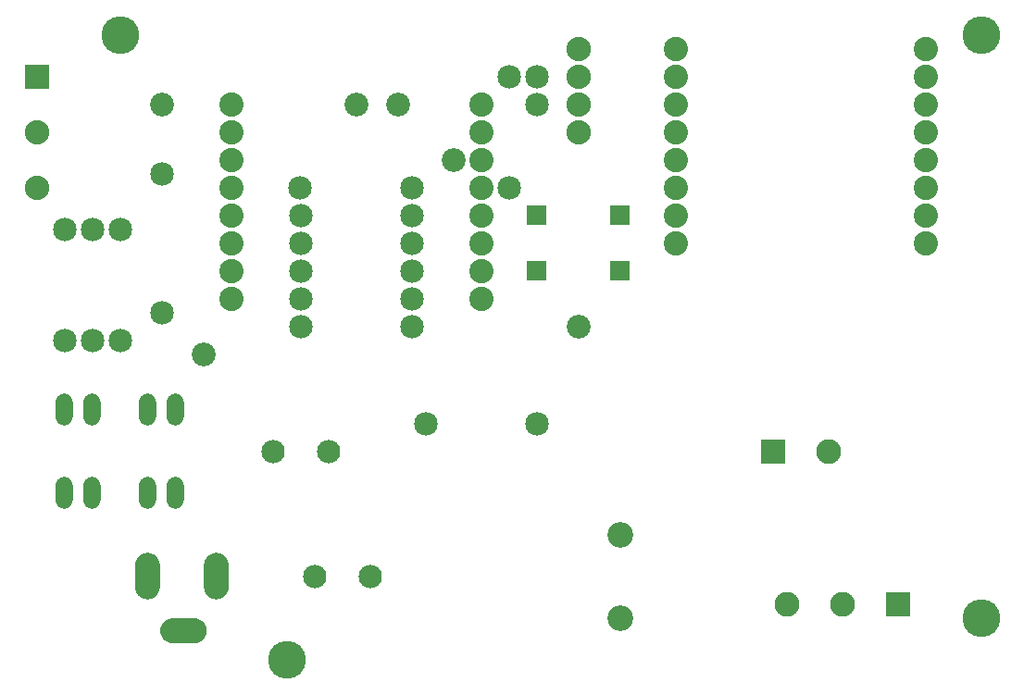
<source format=gbs>
G04 MADE WITH FRITZING*
G04 WWW.FRITZING.ORG*
G04 DOUBLE SIDED*
G04 HOLES PLATED*
G04 CONTOUR ON CENTER OF CONTOUR VECTOR*
%ASAXBY*%
%FSLAX23Y23*%
%MOIN*%
%OFA0B0*%
%SFA1.0B1.0*%
%ADD10C,0.062000*%
%ADD11C,0.085000*%
%ADD12C,0.084803*%
%ADD13C,0.088000*%
%ADD14C,0.088740*%
%ADD15C,0.135984*%
%ADD16C,0.087778*%
%ADD17C,0.084000*%
%ADD18C,0.092000*%
%ADD19C,0.089370*%
%ADD20C,0.069370*%
%ADD21C,0.085433*%
%ADD22R,0.088000X0.088000*%
%ADD23R,0.089370X0.089370*%
%ADD24C,0.030000*%
%ADD25R,0.001000X0.001000*%
%LNMASK0*%
G90*
G70*
G54D10*
X500Y736D03*
X600Y736D03*
X600Y1036D03*
X500Y1036D03*
X200Y736D03*
X300Y736D03*
X300Y1036D03*
X200Y1036D03*
G54D11*
X550Y1886D03*
X550Y1386D03*
X200Y1686D03*
X200Y1286D03*
X400Y1686D03*
X400Y1286D03*
X300Y1686D03*
X300Y1286D03*
G54D12*
X1049Y1836D03*
X1050Y1336D03*
X1050Y1436D03*
X1050Y1536D03*
X1050Y1636D03*
X1050Y1736D03*
X1450Y1836D03*
X1450Y1336D03*
X1450Y1436D03*
X1450Y1536D03*
X1450Y1636D03*
X1450Y1736D03*
G54D13*
X100Y2236D03*
X100Y2036D03*
X100Y1836D03*
X2050Y2336D03*
X2050Y2236D03*
X2050Y2136D03*
X2050Y2036D03*
G54D14*
X748Y436D03*
X500Y436D03*
X630Y239D03*
G54D15*
X3500Y2386D03*
X3500Y286D03*
X1000Y136D03*
X400Y2386D03*
G54D11*
X1500Y986D03*
X1900Y986D03*
X1800Y2236D03*
X1800Y1836D03*
X1900Y2236D03*
X1900Y2136D03*
G54D16*
X800Y2136D03*
X800Y2036D03*
X800Y1936D03*
X800Y1836D03*
X800Y1736D03*
X800Y1636D03*
X800Y1536D03*
X800Y1436D03*
X1700Y1436D03*
X1700Y1536D03*
X1700Y1636D03*
X1700Y1736D03*
X1700Y1836D03*
X1700Y1936D03*
X1700Y2036D03*
X1700Y2136D03*
X2400Y2336D03*
X2400Y2236D03*
X2400Y2136D03*
X2400Y2036D03*
X2400Y1936D03*
X2400Y1836D03*
X2400Y1736D03*
X2400Y1636D03*
X3300Y1636D03*
X3300Y1736D03*
X3300Y1836D03*
X3300Y1936D03*
X3300Y2036D03*
X3300Y2136D03*
X3300Y2236D03*
X3300Y2336D03*
G54D17*
X1300Y436D03*
X1100Y436D03*
X1150Y886D03*
X950Y886D03*
G54D18*
X2200Y286D03*
X2200Y586D03*
G54D19*
X2750Y886D03*
X2950Y886D03*
X3200Y336D03*
X3000Y336D03*
X2800Y336D03*
G54D20*
X1900Y1736D03*
X2200Y1736D03*
X1900Y1536D03*
X2200Y1536D03*
G54D21*
X1400Y2136D03*
X1250Y2136D03*
X700Y1236D03*
X2050Y1336D03*
X1600Y1936D03*
X550Y2136D03*
G54D22*
X100Y2236D03*
G54D23*
X2750Y886D03*
X3200Y336D03*
G54D24*
G36*
X2169Y317D02*
X2231Y317D01*
X2231Y255D01*
X2169Y255D01*
X2169Y317D01*
G37*
D02*
G54D25*
X1865Y1771D02*
X1933Y1771D01*
X2165Y1771D02*
X2233Y1771D01*
X1865Y1770D02*
X1933Y1770D01*
X2165Y1770D02*
X2233Y1770D01*
X1865Y1769D02*
X1933Y1769D01*
X2165Y1769D02*
X2233Y1769D01*
X1865Y1768D02*
X1933Y1768D01*
X2165Y1768D02*
X2233Y1768D01*
X1865Y1767D02*
X1933Y1767D01*
X2165Y1767D02*
X2233Y1767D01*
X1865Y1766D02*
X1933Y1766D01*
X2165Y1766D02*
X2233Y1766D01*
X1865Y1765D02*
X1933Y1765D01*
X2165Y1765D02*
X2233Y1765D01*
X1865Y1764D02*
X1933Y1764D01*
X2165Y1764D02*
X2233Y1764D01*
X1865Y1763D02*
X1933Y1763D01*
X2165Y1763D02*
X2233Y1763D01*
X1865Y1762D02*
X1933Y1762D01*
X2165Y1762D02*
X2233Y1762D01*
X1865Y1761D02*
X1933Y1761D01*
X2165Y1761D02*
X2233Y1761D01*
X1865Y1760D02*
X1933Y1760D01*
X2165Y1760D02*
X2233Y1760D01*
X1865Y1759D02*
X1933Y1759D01*
X2165Y1759D02*
X2233Y1759D01*
X1865Y1758D02*
X1933Y1758D01*
X2165Y1758D02*
X2233Y1758D01*
X1865Y1757D02*
X1933Y1757D01*
X2165Y1757D02*
X2233Y1757D01*
X1865Y1756D02*
X1933Y1756D01*
X2165Y1756D02*
X2233Y1756D01*
X1865Y1755D02*
X1933Y1755D01*
X2165Y1755D02*
X2233Y1755D01*
X1865Y1754D02*
X1933Y1754D01*
X2165Y1754D02*
X2233Y1754D01*
X1865Y1753D02*
X1933Y1753D01*
X2165Y1753D02*
X2233Y1753D01*
X1865Y1752D02*
X1933Y1752D01*
X2165Y1752D02*
X2233Y1752D01*
X1865Y1751D02*
X1897Y1751D01*
X1901Y1751D02*
X1933Y1751D01*
X2165Y1751D02*
X2197Y1751D01*
X2201Y1751D02*
X2233Y1751D01*
X1865Y1750D02*
X1893Y1750D01*
X1905Y1750D02*
X1933Y1750D01*
X2165Y1750D02*
X2193Y1750D01*
X2205Y1750D02*
X2233Y1750D01*
X1865Y1749D02*
X1891Y1749D01*
X1907Y1749D02*
X1933Y1749D01*
X2165Y1749D02*
X2191Y1749D01*
X2207Y1749D02*
X2233Y1749D01*
X1865Y1748D02*
X1890Y1748D01*
X1909Y1748D02*
X1933Y1748D01*
X2165Y1748D02*
X2190Y1748D01*
X2209Y1748D02*
X2233Y1748D01*
X1865Y1747D02*
X1888Y1747D01*
X1910Y1747D02*
X1933Y1747D01*
X2165Y1747D02*
X2188Y1747D01*
X2210Y1747D02*
X2233Y1747D01*
X1865Y1746D02*
X1887Y1746D01*
X1911Y1746D02*
X1933Y1746D01*
X2165Y1746D02*
X2187Y1746D01*
X2211Y1746D02*
X2233Y1746D01*
X1865Y1745D02*
X1887Y1745D01*
X1912Y1745D02*
X1933Y1745D01*
X2165Y1745D02*
X2187Y1745D01*
X2212Y1745D02*
X2233Y1745D01*
X1865Y1744D02*
X1886Y1744D01*
X1912Y1744D02*
X1933Y1744D01*
X2165Y1744D02*
X2186Y1744D01*
X2212Y1744D02*
X2233Y1744D01*
X1865Y1743D02*
X1885Y1743D01*
X1913Y1743D02*
X1933Y1743D01*
X2165Y1743D02*
X2185Y1743D01*
X2213Y1743D02*
X2233Y1743D01*
X1865Y1742D02*
X1885Y1742D01*
X1913Y1742D02*
X1933Y1742D01*
X2165Y1742D02*
X2185Y1742D01*
X2213Y1742D02*
X2233Y1742D01*
X1865Y1741D02*
X1885Y1741D01*
X1914Y1741D02*
X1933Y1741D01*
X2165Y1741D02*
X2185Y1741D01*
X2214Y1741D02*
X2233Y1741D01*
X1865Y1740D02*
X1884Y1740D01*
X1914Y1740D02*
X1933Y1740D01*
X2165Y1740D02*
X2184Y1740D01*
X2214Y1740D02*
X2233Y1740D01*
X1865Y1739D02*
X1884Y1739D01*
X1914Y1739D02*
X1933Y1739D01*
X2165Y1739D02*
X2184Y1739D01*
X2214Y1739D02*
X2233Y1739D01*
X1865Y1738D02*
X1884Y1738D01*
X1914Y1738D02*
X1933Y1738D01*
X2165Y1738D02*
X2184Y1738D01*
X2214Y1738D02*
X2233Y1738D01*
X1865Y1737D02*
X1884Y1737D01*
X1914Y1737D02*
X1933Y1737D01*
X2165Y1737D02*
X2184Y1737D01*
X2214Y1737D02*
X2233Y1737D01*
X1865Y1736D02*
X1884Y1736D01*
X1914Y1736D02*
X1933Y1736D01*
X2165Y1736D02*
X2184Y1736D01*
X2214Y1736D02*
X2233Y1736D01*
X1865Y1735D02*
X1884Y1735D01*
X1914Y1735D02*
X1933Y1735D01*
X2165Y1735D02*
X2184Y1735D01*
X2214Y1735D02*
X2233Y1735D01*
X1865Y1734D02*
X1884Y1734D01*
X1914Y1734D02*
X1933Y1734D01*
X2165Y1734D02*
X2184Y1734D01*
X2214Y1734D02*
X2233Y1734D01*
X1865Y1733D02*
X1884Y1733D01*
X1914Y1733D02*
X1933Y1733D01*
X2165Y1733D02*
X2184Y1733D01*
X2214Y1733D02*
X2233Y1733D01*
X1865Y1732D02*
X1885Y1732D01*
X1914Y1732D02*
X1933Y1732D01*
X2165Y1732D02*
X2185Y1732D01*
X2214Y1732D02*
X2233Y1732D01*
X1865Y1731D02*
X1885Y1731D01*
X1913Y1731D02*
X1933Y1731D01*
X2165Y1731D02*
X2185Y1731D01*
X2213Y1731D02*
X2233Y1731D01*
X1865Y1730D02*
X1885Y1730D01*
X1913Y1730D02*
X1933Y1730D01*
X2165Y1730D02*
X2185Y1730D01*
X2213Y1730D02*
X2233Y1730D01*
X1865Y1729D02*
X1886Y1729D01*
X1912Y1729D02*
X1933Y1729D01*
X2165Y1729D02*
X2186Y1729D01*
X2212Y1729D02*
X2233Y1729D01*
X1865Y1728D02*
X1887Y1728D01*
X1912Y1728D02*
X1933Y1728D01*
X2165Y1728D02*
X2187Y1728D01*
X2212Y1728D02*
X2233Y1728D01*
X1865Y1727D02*
X1887Y1727D01*
X1911Y1727D02*
X1933Y1727D01*
X2165Y1727D02*
X2187Y1727D01*
X2211Y1727D02*
X2233Y1727D01*
X1865Y1726D02*
X1888Y1726D01*
X1910Y1726D02*
X1933Y1726D01*
X2165Y1726D02*
X2188Y1726D01*
X2210Y1726D02*
X2233Y1726D01*
X1865Y1725D02*
X1889Y1725D01*
X1909Y1725D02*
X1933Y1725D01*
X2165Y1725D02*
X2189Y1725D01*
X2209Y1725D02*
X2233Y1725D01*
X1865Y1724D02*
X1891Y1724D01*
X1907Y1724D02*
X1933Y1724D01*
X2165Y1724D02*
X2191Y1724D01*
X2207Y1724D02*
X2233Y1724D01*
X1865Y1723D02*
X1893Y1723D01*
X1906Y1723D02*
X1933Y1723D01*
X2165Y1723D02*
X2193Y1723D01*
X2206Y1723D02*
X2233Y1723D01*
X1865Y1722D02*
X1896Y1722D01*
X1902Y1722D02*
X1933Y1722D01*
X2165Y1722D02*
X2196Y1722D01*
X2202Y1722D02*
X2233Y1722D01*
X1865Y1721D02*
X1933Y1721D01*
X2165Y1721D02*
X2233Y1721D01*
X1865Y1720D02*
X1933Y1720D01*
X2165Y1720D02*
X2233Y1720D01*
X1865Y1719D02*
X1933Y1719D01*
X2165Y1719D02*
X2233Y1719D01*
X1865Y1718D02*
X1933Y1718D01*
X2165Y1718D02*
X2233Y1718D01*
X1865Y1717D02*
X1933Y1717D01*
X2165Y1717D02*
X2233Y1717D01*
X1865Y1716D02*
X1933Y1716D01*
X2165Y1716D02*
X2233Y1716D01*
X1865Y1715D02*
X1933Y1715D01*
X2165Y1715D02*
X2233Y1715D01*
X1865Y1714D02*
X1933Y1714D01*
X2165Y1714D02*
X2233Y1714D01*
X1865Y1713D02*
X1933Y1713D01*
X2165Y1713D02*
X2233Y1713D01*
X1865Y1712D02*
X1933Y1712D01*
X2165Y1712D02*
X2233Y1712D01*
X1865Y1711D02*
X1933Y1711D01*
X2165Y1711D02*
X2233Y1711D01*
X1865Y1710D02*
X1933Y1710D01*
X2165Y1710D02*
X2233Y1710D01*
X1865Y1709D02*
X1933Y1709D01*
X2165Y1709D02*
X2233Y1709D01*
X1865Y1708D02*
X1933Y1708D01*
X2165Y1708D02*
X2233Y1708D01*
X1865Y1707D02*
X1933Y1707D01*
X2165Y1707D02*
X2233Y1707D01*
X1865Y1706D02*
X1933Y1706D01*
X2165Y1706D02*
X2233Y1706D01*
X1865Y1705D02*
X1933Y1705D01*
X2165Y1705D02*
X2233Y1705D01*
X1865Y1704D02*
X1933Y1704D01*
X2165Y1704D02*
X2233Y1704D01*
X1865Y1703D02*
X1933Y1703D01*
X2165Y1703D02*
X2233Y1703D01*
X1865Y1702D02*
X1933Y1702D01*
X2165Y1702D02*
X2233Y1702D01*
X1865Y1571D02*
X1933Y1571D01*
X2165Y1571D02*
X2233Y1571D01*
X1865Y1570D02*
X1933Y1570D01*
X2165Y1570D02*
X2233Y1570D01*
X1865Y1569D02*
X1933Y1569D01*
X2165Y1569D02*
X2233Y1569D01*
X1865Y1568D02*
X1933Y1568D01*
X2165Y1568D02*
X2233Y1568D01*
X1865Y1567D02*
X1933Y1567D01*
X2165Y1567D02*
X2233Y1567D01*
X1865Y1566D02*
X1933Y1566D01*
X2165Y1566D02*
X2233Y1566D01*
X1865Y1565D02*
X1933Y1565D01*
X2165Y1565D02*
X2233Y1565D01*
X1865Y1564D02*
X1933Y1564D01*
X2165Y1564D02*
X2233Y1564D01*
X1865Y1563D02*
X1933Y1563D01*
X2165Y1563D02*
X2233Y1563D01*
X1865Y1562D02*
X1933Y1562D01*
X2165Y1562D02*
X2233Y1562D01*
X1865Y1561D02*
X1933Y1561D01*
X2165Y1561D02*
X2233Y1561D01*
X1865Y1560D02*
X1933Y1560D01*
X2165Y1560D02*
X2233Y1560D01*
X1865Y1559D02*
X1933Y1559D01*
X2165Y1559D02*
X2233Y1559D01*
X1865Y1558D02*
X1933Y1558D01*
X2165Y1558D02*
X2233Y1558D01*
X1865Y1557D02*
X1933Y1557D01*
X2165Y1557D02*
X2233Y1557D01*
X1865Y1556D02*
X1933Y1556D01*
X2165Y1556D02*
X2233Y1556D01*
X1865Y1555D02*
X1933Y1555D01*
X2165Y1555D02*
X2233Y1555D01*
X1865Y1554D02*
X1933Y1554D01*
X2165Y1554D02*
X2233Y1554D01*
X1865Y1553D02*
X1933Y1553D01*
X2165Y1553D02*
X2233Y1553D01*
X1865Y1552D02*
X1933Y1552D01*
X2165Y1552D02*
X2233Y1552D01*
X1865Y1551D02*
X1897Y1551D01*
X1901Y1551D02*
X1933Y1551D01*
X2165Y1551D02*
X2197Y1551D01*
X2201Y1551D02*
X2233Y1551D01*
X1865Y1550D02*
X1893Y1550D01*
X1905Y1550D02*
X1933Y1550D01*
X2165Y1550D02*
X2193Y1550D01*
X2205Y1550D02*
X2233Y1550D01*
X1865Y1549D02*
X1891Y1549D01*
X1907Y1549D02*
X1933Y1549D01*
X2165Y1549D02*
X2191Y1549D01*
X2207Y1549D02*
X2233Y1549D01*
X1865Y1548D02*
X1890Y1548D01*
X1909Y1548D02*
X1933Y1548D01*
X2165Y1548D02*
X2190Y1548D01*
X2209Y1548D02*
X2233Y1548D01*
X1865Y1547D02*
X1888Y1547D01*
X1910Y1547D02*
X1933Y1547D01*
X2165Y1547D02*
X2188Y1547D01*
X2210Y1547D02*
X2233Y1547D01*
X1865Y1546D02*
X1887Y1546D01*
X1911Y1546D02*
X1933Y1546D01*
X2165Y1546D02*
X2187Y1546D01*
X2211Y1546D02*
X2233Y1546D01*
X1865Y1545D02*
X1887Y1545D01*
X1912Y1545D02*
X1933Y1545D01*
X2165Y1545D02*
X2187Y1545D01*
X2212Y1545D02*
X2233Y1545D01*
X1865Y1544D02*
X1886Y1544D01*
X1912Y1544D02*
X1933Y1544D01*
X2165Y1544D02*
X2186Y1544D01*
X2212Y1544D02*
X2233Y1544D01*
X1865Y1543D02*
X1885Y1543D01*
X1913Y1543D02*
X1933Y1543D01*
X2165Y1543D02*
X2185Y1543D01*
X2213Y1543D02*
X2233Y1543D01*
X1865Y1542D02*
X1885Y1542D01*
X1913Y1542D02*
X1933Y1542D01*
X2165Y1542D02*
X2185Y1542D01*
X2213Y1542D02*
X2233Y1542D01*
X1865Y1541D02*
X1885Y1541D01*
X1914Y1541D02*
X1933Y1541D01*
X2165Y1541D02*
X2185Y1541D01*
X2214Y1541D02*
X2233Y1541D01*
X1865Y1540D02*
X1884Y1540D01*
X1914Y1540D02*
X1933Y1540D01*
X2165Y1540D02*
X2184Y1540D01*
X2214Y1540D02*
X2233Y1540D01*
X1865Y1539D02*
X1884Y1539D01*
X1914Y1539D02*
X1933Y1539D01*
X2165Y1539D02*
X2184Y1539D01*
X2214Y1539D02*
X2233Y1539D01*
X1865Y1538D02*
X1884Y1538D01*
X1914Y1538D02*
X1933Y1538D01*
X2165Y1538D02*
X2184Y1538D01*
X2214Y1538D02*
X2233Y1538D01*
X1865Y1537D02*
X1884Y1537D01*
X1914Y1537D02*
X1933Y1537D01*
X2165Y1537D02*
X2184Y1537D01*
X2214Y1537D02*
X2233Y1537D01*
X1865Y1536D02*
X1884Y1536D01*
X1914Y1536D02*
X1933Y1536D01*
X2165Y1536D02*
X2184Y1536D01*
X2214Y1536D02*
X2233Y1536D01*
X1865Y1535D02*
X1884Y1535D01*
X1914Y1535D02*
X1933Y1535D01*
X2165Y1535D02*
X2184Y1535D01*
X2214Y1535D02*
X2233Y1535D01*
X1865Y1534D02*
X1884Y1534D01*
X1914Y1534D02*
X1933Y1534D01*
X2165Y1534D02*
X2184Y1534D01*
X2214Y1534D02*
X2233Y1534D01*
X1865Y1533D02*
X1884Y1533D01*
X1914Y1533D02*
X1933Y1533D01*
X2165Y1533D02*
X2184Y1533D01*
X2214Y1533D02*
X2233Y1533D01*
X1865Y1532D02*
X1885Y1532D01*
X1914Y1532D02*
X1933Y1532D01*
X2165Y1532D02*
X2185Y1532D01*
X2214Y1532D02*
X2233Y1532D01*
X1865Y1531D02*
X1885Y1531D01*
X1913Y1531D02*
X1933Y1531D01*
X2165Y1531D02*
X2185Y1531D01*
X2213Y1531D02*
X2233Y1531D01*
X1865Y1530D02*
X1885Y1530D01*
X1913Y1530D02*
X1933Y1530D01*
X2165Y1530D02*
X2185Y1530D01*
X2213Y1530D02*
X2233Y1530D01*
X1865Y1529D02*
X1886Y1529D01*
X1912Y1529D02*
X1933Y1529D01*
X2165Y1529D02*
X2186Y1529D01*
X2212Y1529D02*
X2233Y1529D01*
X1865Y1528D02*
X1887Y1528D01*
X1912Y1528D02*
X1933Y1528D01*
X2165Y1528D02*
X2187Y1528D01*
X2212Y1528D02*
X2233Y1528D01*
X1865Y1527D02*
X1887Y1527D01*
X1911Y1527D02*
X1933Y1527D01*
X2165Y1527D02*
X2187Y1527D01*
X2211Y1527D02*
X2233Y1527D01*
X1865Y1526D02*
X1888Y1526D01*
X1910Y1526D02*
X1933Y1526D01*
X2165Y1526D02*
X2188Y1526D01*
X2210Y1526D02*
X2233Y1526D01*
X1865Y1525D02*
X1889Y1525D01*
X1909Y1525D02*
X1933Y1525D01*
X2165Y1525D02*
X2189Y1525D01*
X2209Y1525D02*
X2233Y1525D01*
X1865Y1524D02*
X1891Y1524D01*
X1907Y1524D02*
X1933Y1524D01*
X2165Y1524D02*
X2191Y1524D01*
X2207Y1524D02*
X2233Y1524D01*
X1865Y1523D02*
X1893Y1523D01*
X1906Y1523D02*
X1933Y1523D01*
X2165Y1523D02*
X2193Y1523D01*
X2206Y1523D02*
X2233Y1523D01*
X1865Y1522D02*
X1896Y1522D01*
X1902Y1522D02*
X1933Y1522D01*
X2165Y1522D02*
X2196Y1522D01*
X2202Y1522D02*
X2233Y1522D01*
X1865Y1521D02*
X1933Y1521D01*
X2165Y1521D02*
X2233Y1521D01*
X1865Y1520D02*
X1933Y1520D01*
X2165Y1520D02*
X2233Y1520D01*
X1865Y1519D02*
X1933Y1519D01*
X2165Y1519D02*
X2233Y1519D01*
X1865Y1518D02*
X1933Y1518D01*
X2165Y1518D02*
X2233Y1518D01*
X1865Y1517D02*
X1933Y1517D01*
X2165Y1517D02*
X2233Y1517D01*
X1865Y1516D02*
X1933Y1516D01*
X2165Y1516D02*
X2233Y1516D01*
X1865Y1515D02*
X1933Y1515D01*
X2165Y1515D02*
X2233Y1515D01*
X1865Y1514D02*
X1933Y1514D01*
X2165Y1514D02*
X2233Y1514D01*
X1865Y1513D02*
X1933Y1513D01*
X2165Y1513D02*
X2233Y1513D01*
X1865Y1512D02*
X1933Y1512D01*
X2165Y1512D02*
X2233Y1512D01*
X1865Y1511D02*
X1933Y1511D01*
X2165Y1511D02*
X2233Y1511D01*
X1865Y1510D02*
X1933Y1510D01*
X2165Y1510D02*
X2233Y1510D01*
X1865Y1509D02*
X1933Y1509D01*
X2165Y1509D02*
X2233Y1509D01*
X1865Y1508D02*
X1933Y1508D01*
X2165Y1508D02*
X2233Y1508D01*
X1865Y1507D02*
X1933Y1507D01*
X2165Y1507D02*
X2233Y1507D01*
X1865Y1506D02*
X1933Y1506D01*
X2165Y1506D02*
X2233Y1506D01*
X1865Y1505D02*
X1933Y1505D01*
X2165Y1505D02*
X2233Y1505D01*
X1865Y1504D02*
X1933Y1504D01*
X2165Y1504D02*
X2233Y1504D01*
X1865Y1503D02*
X1933Y1503D01*
X2165Y1503D02*
X2233Y1503D01*
X1865Y1502D02*
X1933Y1502D01*
X2165Y1502D02*
X2233Y1502D01*
X195Y1093D02*
X204Y1093D01*
X295Y1093D02*
X304Y1093D01*
X495Y1093D02*
X504Y1093D01*
X595Y1093D02*
X604Y1093D01*
X190Y1092D02*
X208Y1092D01*
X290Y1092D02*
X308Y1092D01*
X490Y1092D02*
X508Y1092D01*
X590Y1092D02*
X608Y1092D01*
X188Y1091D02*
X210Y1091D01*
X288Y1091D02*
X310Y1091D01*
X488Y1091D02*
X510Y1091D01*
X588Y1091D02*
X610Y1091D01*
X186Y1090D02*
X213Y1090D01*
X286Y1090D02*
X313Y1090D01*
X486Y1090D02*
X513Y1090D01*
X586Y1090D02*
X613Y1090D01*
X184Y1089D02*
X214Y1089D01*
X284Y1089D02*
X314Y1089D01*
X484Y1089D02*
X514Y1089D01*
X584Y1089D02*
X614Y1089D01*
X182Y1088D02*
X216Y1088D01*
X282Y1088D02*
X316Y1088D01*
X482Y1088D02*
X516Y1088D01*
X582Y1088D02*
X616Y1088D01*
X181Y1087D02*
X217Y1087D01*
X281Y1087D02*
X317Y1087D01*
X481Y1087D02*
X517Y1087D01*
X581Y1087D02*
X617Y1087D01*
X179Y1086D02*
X219Y1086D01*
X279Y1086D02*
X319Y1086D01*
X479Y1086D02*
X519Y1086D01*
X579Y1086D02*
X619Y1086D01*
X178Y1085D02*
X220Y1085D01*
X278Y1085D02*
X320Y1085D01*
X478Y1085D02*
X520Y1085D01*
X578Y1085D02*
X620Y1085D01*
X177Y1084D02*
X221Y1084D01*
X277Y1084D02*
X321Y1084D01*
X477Y1084D02*
X521Y1084D01*
X577Y1084D02*
X621Y1084D01*
X176Y1083D02*
X222Y1083D01*
X276Y1083D02*
X322Y1083D01*
X476Y1083D02*
X522Y1083D01*
X576Y1083D02*
X622Y1083D01*
X176Y1082D02*
X223Y1082D01*
X276Y1082D02*
X323Y1082D01*
X476Y1082D02*
X523Y1082D01*
X576Y1082D02*
X623Y1082D01*
X175Y1081D02*
X223Y1081D01*
X275Y1081D02*
X323Y1081D01*
X475Y1081D02*
X523Y1081D01*
X575Y1081D02*
X623Y1081D01*
X174Y1080D02*
X224Y1080D01*
X274Y1080D02*
X324Y1080D01*
X474Y1080D02*
X524Y1080D01*
X574Y1080D02*
X624Y1080D01*
X173Y1079D02*
X225Y1079D01*
X273Y1079D02*
X325Y1079D01*
X473Y1079D02*
X525Y1079D01*
X573Y1079D02*
X625Y1079D01*
X173Y1078D02*
X225Y1078D01*
X273Y1078D02*
X325Y1078D01*
X473Y1078D02*
X525Y1078D01*
X573Y1078D02*
X625Y1078D01*
X172Y1077D02*
X226Y1077D01*
X272Y1077D02*
X326Y1077D01*
X472Y1077D02*
X526Y1077D01*
X572Y1077D02*
X626Y1077D01*
X172Y1076D02*
X226Y1076D01*
X272Y1076D02*
X326Y1076D01*
X472Y1076D02*
X526Y1076D01*
X572Y1076D02*
X626Y1076D01*
X171Y1075D02*
X227Y1075D01*
X271Y1075D02*
X327Y1075D01*
X471Y1075D02*
X527Y1075D01*
X571Y1075D02*
X627Y1075D01*
X171Y1074D02*
X227Y1074D01*
X271Y1074D02*
X327Y1074D01*
X471Y1074D02*
X527Y1074D01*
X571Y1074D02*
X627Y1074D01*
X171Y1073D02*
X228Y1073D01*
X271Y1073D02*
X328Y1073D01*
X471Y1073D02*
X528Y1073D01*
X571Y1073D02*
X628Y1073D01*
X170Y1072D02*
X228Y1072D01*
X270Y1072D02*
X328Y1072D01*
X470Y1072D02*
X528Y1072D01*
X570Y1072D02*
X628Y1072D01*
X170Y1071D02*
X228Y1071D01*
X270Y1071D02*
X328Y1071D01*
X470Y1071D02*
X528Y1071D01*
X570Y1071D02*
X628Y1071D01*
X170Y1070D02*
X229Y1070D01*
X270Y1070D02*
X329Y1070D01*
X470Y1070D02*
X529Y1070D01*
X570Y1070D02*
X629Y1070D01*
X169Y1069D02*
X229Y1069D01*
X269Y1069D02*
X329Y1069D01*
X469Y1069D02*
X529Y1069D01*
X569Y1069D02*
X629Y1069D01*
X169Y1068D02*
X229Y1068D01*
X269Y1068D02*
X329Y1068D01*
X469Y1068D02*
X529Y1068D01*
X569Y1068D02*
X629Y1068D01*
X169Y1067D02*
X229Y1067D01*
X269Y1067D02*
X329Y1067D01*
X469Y1067D02*
X529Y1067D01*
X569Y1067D02*
X629Y1067D01*
X169Y1066D02*
X229Y1066D01*
X269Y1066D02*
X329Y1066D01*
X469Y1066D02*
X529Y1066D01*
X569Y1066D02*
X629Y1066D01*
X169Y1065D02*
X229Y1065D01*
X269Y1065D02*
X329Y1065D01*
X469Y1065D02*
X529Y1065D01*
X569Y1065D02*
X629Y1065D01*
X169Y1064D02*
X230Y1064D01*
X269Y1064D02*
X330Y1064D01*
X469Y1064D02*
X530Y1064D01*
X569Y1064D02*
X630Y1064D01*
X169Y1063D02*
X230Y1063D01*
X269Y1063D02*
X330Y1063D01*
X469Y1063D02*
X530Y1063D01*
X569Y1063D02*
X630Y1063D01*
X169Y1062D02*
X230Y1062D01*
X269Y1062D02*
X330Y1062D01*
X469Y1062D02*
X530Y1062D01*
X569Y1062D02*
X630Y1062D01*
X169Y1061D02*
X230Y1061D01*
X269Y1061D02*
X330Y1061D01*
X469Y1061D02*
X530Y1061D01*
X569Y1061D02*
X630Y1061D01*
X169Y1060D02*
X230Y1060D01*
X269Y1060D02*
X330Y1060D01*
X469Y1060D02*
X530Y1060D01*
X569Y1060D02*
X630Y1060D01*
X169Y1059D02*
X230Y1059D01*
X269Y1059D02*
X330Y1059D01*
X469Y1059D02*
X530Y1059D01*
X569Y1059D02*
X630Y1059D01*
X169Y1058D02*
X230Y1058D01*
X269Y1058D02*
X330Y1058D01*
X469Y1058D02*
X530Y1058D01*
X569Y1058D02*
X630Y1058D01*
X169Y1057D02*
X230Y1057D01*
X269Y1057D02*
X330Y1057D01*
X469Y1057D02*
X530Y1057D01*
X569Y1057D02*
X630Y1057D01*
X169Y1056D02*
X230Y1056D01*
X269Y1056D02*
X330Y1056D01*
X469Y1056D02*
X530Y1056D01*
X569Y1056D02*
X630Y1056D01*
X169Y1055D02*
X230Y1055D01*
X269Y1055D02*
X330Y1055D01*
X469Y1055D02*
X530Y1055D01*
X569Y1055D02*
X630Y1055D01*
X169Y1054D02*
X230Y1054D01*
X269Y1054D02*
X330Y1054D01*
X469Y1054D02*
X530Y1054D01*
X569Y1054D02*
X630Y1054D01*
X169Y1053D02*
X230Y1053D01*
X269Y1053D02*
X330Y1053D01*
X469Y1053D02*
X530Y1053D01*
X569Y1053D02*
X630Y1053D01*
X169Y1052D02*
X230Y1052D01*
X269Y1052D02*
X330Y1052D01*
X469Y1052D02*
X530Y1052D01*
X569Y1052D02*
X630Y1052D01*
X169Y1051D02*
X230Y1051D01*
X269Y1051D02*
X330Y1051D01*
X469Y1051D02*
X530Y1051D01*
X569Y1051D02*
X630Y1051D01*
X169Y1050D02*
X230Y1050D01*
X269Y1050D02*
X330Y1050D01*
X469Y1050D02*
X530Y1050D01*
X569Y1050D02*
X630Y1050D01*
X169Y1049D02*
X230Y1049D01*
X269Y1049D02*
X330Y1049D01*
X469Y1049D02*
X530Y1049D01*
X569Y1049D02*
X630Y1049D01*
X169Y1048D02*
X230Y1048D01*
X269Y1048D02*
X330Y1048D01*
X469Y1048D02*
X530Y1048D01*
X569Y1048D02*
X630Y1048D01*
X169Y1047D02*
X195Y1047D01*
X203Y1047D02*
X230Y1047D01*
X269Y1047D02*
X295Y1047D01*
X303Y1047D02*
X330Y1047D01*
X469Y1047D02*
X495Y1047D01*
X503Y1047D02*
X530Y1047D01*
X569Y1047D02*
X595Y1047D01*
X603Y1047D02*
X630Y1047D01*
X169Y1046D02*
X193Y1046D01*
X205Y1046D02*
X230Y1046D01*
X269Y1046D02*
X293Y1046D01*
X305Y1046D02*
X330Y1046D01*
X469Y1046D02*
X493Y1046D01*
X505Y1046D02*
X530Y1046D01*
X569Y1046D02*
X593Y1046D01*
X605Y1046D02*
X630Y1046D01*
X169Y1045D02*
X192Y1045D01*
X207Y1045D02*
X230Y1045D01*
X269Y1045D02*
X292Y1045D01*
X307Y1045D02*
X330Y1045D01*
X469Y1045D02*
X492Y1045D01*
X507Y1045D02*
X530Y1045D01*
X569Y1045D02*
X592Y1045D01*
X607Y1045D02*
X630Y1045D01*
X169Y1044D02*
X191Y1044D01*
X208Y1044D02*
X230Y1044D01*
X269Y1044D02*
X291Y1044D01*
X308Y1044D02*
X330Y1044D01*
X469Y1044D02*
X491Y1044D01*
X508Y1044D02*
X530Y1044D01*
X569Y1044D02*
X591Y1044D01*
X608Y1044D02*
X630Y1044D01*
X169Y1043D02*
X190Y1043D01*
X208Y1043D02*
X230Y1043D01*
X269Y1043D02*
X290Y1043D01*
X308Y1043D02*
X330Y1043D01*
X469Y1043D02*
X490Y1043D01*
X508Y1043D02*
X530Y1043D01*
X569Y1043D02*
X590Y1043D01*
X608Y1043D02*
X630Y1043D01*
X169Y1042D02*
X189Y1042D01*
X209Y1042D02*
X230Y1042D01*
X269Y1042D02*
X289Y1042D01*
X309Y1042D02*
X330Y1042D01*
X469Y1042D02*
X489Y1042D01*
X509Y1042D02*
X530Y1042D01*
X569Y1042D02*
X589Y1042D01*
X609Y1042D02*
X630Y1042D01*
X169Y1041D02*
X189Y1041D01*
X210Y1041D02*
X230Y1041D01*
X269Y1041D02*
X289Y1041D01*
X310Y1041D02*
X330Y1041D01*
X469Y1041D02*
X489Y1041D01*
X510Y1041D02*
X530Y1041D01*
X569Y1041D02*
X589Y1041D01*
X610Y1041D02*
X630Y1041D01*
X169Y1040D02*
X188Y1040D01*
X210Y1040D02*
X230Y1040D01*
X269Y1040D02*
X288Y1040D01*
X310Y1040D02*
X330Y1040D01*
X469Y1040D02*
X488Y1040D01*
X510Y1040D02*
X530Y1040D01*
X569Y1040D02*
X588Y1040D01*
X610Y1040D02*
X630Y1040D01*
X169Y1039D02*
X188Y1039D01*
X210Y1039D02*
X230Y1039D01*
X269Y1039D02*
X288Y1039D01*
X310Y1039D02*
X330Y1039D01*
X469Y1039D02*
X488Y1039D01*
X510Y1039D02*
X530Y1039D01*
X569Y1039D02*
X588Y1039D01*
X610Y1039D02*
X630Y1039D01*
X169Y1038D02*
X188Y1038D01*
X210Y1038D02*
X230Y1038D01*
X269Y1038D02*
X288Y1038D01*
X310Y1038D02*
X330Y1038D01*
X469Y1038D02*
X488Y1038D01*
X510Y1038D02*
X530Y1038D01*
X569Y1038D02*
X588Y1038D01*
X610Y1038D02*
X630Y1038D01*
X169Y1037D02*
X188Y1037D01*
X211Y1037D02*
X230Y1037D01*
X269Y1037D02*
X288Y1037D01*
X311Y1037D02*
X330Y1037D01*
X469Y1037D02*
X488Y1037D01*
X511Y1037D02*
X530Y1037D01*
X569Y1037D02*
X588Y1037D01*
X611Y1037D02*
X630Y1037D01*
X169Y1036D02*
X188Y1036D01*
X211Y1036D02*
X230Y1036D01*
X269Y1036D02*
X288Y1036D01*
X311Y1036D02*
X330Y1036D01*
X469Y1036D02*
X488Y1036D01*
X511Y1036D02*
X530Y1036D01*
X569Y1036D02*
X588Y1036D01*
X611Y1036D02*
X630Y1036D01*
X169Y1035D02*
X188Y1035D01*
X210Y1035D02*
X230Y1035D01*
X269Y1035D02*
X288Y1035D01*
X310Y1035D02*
X330Y1035D01*
X469Y1035D02*
X488Y1035D01*
X510Y1035D02*
X530Y1035D01*
X569Y1035D02*
X588Y1035D01*
X610Y1035D02*
X630Y1035D01*
X169Y1034D02*
X188Y1034D01*
X210Y1034D02*
X230Y1034D01*
X269Y1034D02*
X288Y1034D01*
X310Y1034D02*
X330Y1034D01*
X469Y1034D02*
X488Y1034D01*
X510Y1034D02*
X530Y1034D01*
X569Y1034D02*
X588Y1034D01*
X610Y1034D02*
X630Y1034D01*
X169Y1033D02*
X188Y1033D01*
X210Y1033D02*
X230Y1033D01*
X269Y1033D02*
X288Y1033D01*
X310Y1033D02*
X330Y1033D01*
X469Y1033D02*
X488Y1033D01*
X510Y1033D02*
X530Y1033D01*
X569Y1033D02*
X588Y1033D01*
X610Y1033D02*
X630Y1033D01*
X169Y1032D02*
X189Y1032D01*
X210Y1032D02*
X230Y1032D01*
X269Y1032D02*
X289Y1032D01*
X310Y1032D02*
X330Y1032D01*
X469Y1032D02*
X488Y1032D01*
X510Y1032D02*
X530Y1032D01*
X569Y1032D02*
X588Y1032D01*
X610Y1032D02*
X630Y1032D01*
X169Y1031D02*
X189Y1031D01*
X209Y1031D02*
X230Y1031D01*
X269Y1031D02*
X289Y1031D01*
X309Y1031D02*
X330Y1031D01*
X469Y1031D02*
X489Y1031D01*
X509Y1031D02*
X530Y1031D01*
X569Y1031D02*
X589Y1031D01*
X609Y1031D02*
X630Y1031D01*
X169Y1030D02*
X190Y1030D01*
X209Y1030D02*
X230Y1030D01*
X269Y1030D02*
X290Y1030D01*
X309Y1030D02*
X330Y1030D01*
X469Y1030D02*
X490Y1030D01*
X509Y1030D02*
X530Y1030D01*
X569Y1030D02*
X590Y1030D01*
X609Y1030D02*
X630Y1030D01*
X169Y1029D02*
X191Y1029D01*
X208Y1029D02*
X230Y1029D01*
X269Y1029D02*
X291Y1029D01*
X308Y1029D02*
X330Y1029D01*
X469Y1029D02*
X491Y1029D01*
X508Y1029D02*
X530Y1029D01*
X569Y1029D02*
X591Y1029D01*
X608Y1029D02*
X630Y1029D01*
X169Y1028D02*
X192Y1028D01*
X207Y1028D02*
X230Y1028D01*
X269Y1028D02*
X292Y1028D01*
X307Y1028D02*
X330Y1028D01*
X469Y1028D02*
X492Y1028D01*
X507Y1028D02*
X530Y1028D01*
X569Y1028D02*
X592Y1028D01*
X607Y1028D02*
X630Y1028D01*
X169Y1027D02*
X193Y1027D01*
X205Y1027D02*
X230Y1027D01*
X269Y1027D02*
X293Y1027D01*
X305Y1027D02*
X330Y1027D01*
X469Y1027D02*
X493Y1027D01*
X505Y1027D02*
X530Y1027D01*
X569Y1027D02*
X593Y1027D01*
X605Y1027D02*
X630Y1027D01*
X169Y1026D02*
X195Y1026D01*
X203Y1026D02*
X230Y1026D01*
X269Y1026D02*
X295Y1026D01*
X303Y1026D02*
X330Y1026D01*
X469Y1026D02*
X495Y1026D01*
X503Y1026D02*
X530Y1026D01*
X569Y1026D02*
X595Y1026D01*
X603Y1026D02*
X630Y1026D01*
X169Y1025D02*
X230Y1025D01*
X269Y1025D02*
X330Y1025D01*
X469Y1025D02*
X530Y1025D01*
X569Y1025D02*
X630Y1025D01*
X169Y1024D02*
X230Y1024D01*
X269Y1024D02*
X330Y1024D01*
X469Y1024D02*
X530Y1024D01*
X569Y1024D02*
X630Y1024D01*
X169Y1023D02*
X230Y1023D01*
X269Y1023D02*
X330Y1023D01*
X469Y1023D02*
X530Y1023D01*
X569Y1023D02*
X630Y1023D01*
X169Y1022D02*
X230Y1022D01*
X269Y1022D02*
X330Y1022D01*
X469Y1022D02*
X530Y1022D01*
X569Y1022D02*
X630Y1022D01*
X169Y1021D02*
X230Y1021D01*
X269Y1021D02*
X330Y1021D01*
X469Y1021D02*
X530Y1021D01*
X569Y1021D02*
X630Y1021D01*
X169Y1020D02*
X230Y1020D01*
X269Y1020D02*
X330Y1020D01*
X469Y1020D02*
X530Y1020D01*
X569Y1020D02*
X630Y1020D01*
X169Y1019D02*
X230Y1019D01*
X269Y1019D02*
X330Y1019D01*
X469Y1019D02*
X530Y1019D01*
X569Y1019D02*
X630Y1019D01*
X169Y1018D02*
X230Y1018D01*
X269Y1018D02*
X330Y1018D01*
X469Y1018D02*
X530Y1018D01*
X569Y1018D02*
X630Y1018D01*
X169Y1017D02*
X230Y1017D01*
X269Y1017D02*
X330Y1017D01*
X469Y1017D02*
X530Y1017D01*
X569Y1017D02*
X630Y1017D01*
X169Y1016D02*
X230Y1016D01*
X269Y1016D02*
X330Y1016D01*
X469Y1016D02*
X530Y1016D01*
X569Y1016D02*
X630Y1016D01*
X169Y1015D02*
X230Y1015D01*
X269Y1015D02*
X330Y1015D01*
X469Y1015D02*
X530Y1015D01*
X569Y1015D02*
X630Y1015D01*
X169Y1014D02*
X230Y1014D01*
X269Y1014D02*
X330Y1014D01*
X469Y1014D02*
X530Y1014D01*
X569Y1014D02*
X630Y1014D01*
X169Y1013D02*
X230Y1013D01*
X269Y1013D02*
X330Y1013D01*
X469Y1013D02*
X530Y1013D01*
X569Y1013D02*
X630Y1013D01*
X169Y1012D02*
X230Y1012D01*
X269Y1012D02*
X330Y1012D01*
X469Y1012D02*
X530Y1012D01*
X569Y1012D02*
X630Y1012D01*
X169Y1011D02*
X230Y1011D01*
X269Y1011D02*
X330Y1011D01*
X469Y1011D02*
X530Y1011D01*
X569Y1011D02*
X630Y1011D01*
X169Y1010D02*
X230Y1010D01*
X269Y1010D02*
X330Y1010D01*
X469Y1010D02*
X530Y1010D01*
X569Y1010D02*
X630Y1010D01*
X169Y1009D02*
X230Y1009D01*
X269Y1009D02*
X330Y1009D01*
X469Y1009D02*
X530Y1009D01*
X569Y1009D02*
X630Y1009D01*
X169Y1008D02*
X229Y1008D01*
X269Y1008D02*
X329Y1008D01*
X469Y1008D02*
X529Y1008D01*
X569Y1008D02*
X629Y1008D01*
X169Y1007D02*
X229Y1007D01*
X269Y1007D02*
X329Y1007D01*
X469Y1007D02*
X529Y1007D01*
X569Y1007D02*
X629Y1007D01*
X169Y1006D02*
X229Y1006D01*
X269Y1006D02*
X329Y1006D01*
X469Y1006D02*
X529Y1006D01*
X569Y1006D02*
X629Y1006D01*
X169Y1005D02*
X229Y1005D01*
X269Y1005D02*
X329Y1005D01*
X469Y1005D02*
X529Y1005D01*
X569Y1005D02*
X629Y1005D01*
X169Y1004D02*
X229Y1004D01*
X269Y1004D02*
X329Y1004D01*
X469Y1004D02*
X529Y1004D01*
X569Y1004D02*
X629Y1004D01*
X170Y1003D02*
X229Y1003D01*
X270Y1003D02*
X329Y1003D01*
X470Y1003D02*
X529Y1003D01*
X570Y1003D02*
X629Y1003D01*
X170Y1002D02*
X228Y1002D01*
X270Y1002D02*
X328Y1002D01*
X470Y1002D02*
X528Y1002D01*
X570Y1002D02*
X628Y1002D01*
X170Y1001D02*
X228Y1001D01*
X270Y1001D02*
X328Y1001D01*
X470Y1001D02*
X528Y1001D01*
X570Y1001D02*
X628Y1001D01*
X171Y1000D02*
X228Y1000D01*
X271Y1000D02*
X328Y1000D01*
X471Y1000D02*
X528Y1000D01*
X571Y1000D02*
X628Y1000D01*
X171Y999D02*
X227Y999D01*
X271Y999D02*
X327Y999D01*
X471Y999D02*
X527Y999D01*
X571Y999D02*
X627Y999D01*
X171Y998D02*
X227Y998D01*
X271Y998D02*
X327Y998D01*
X471Y998D02*
X527Y998D01*
X571Y998D02*
X627Y998D01*
X172Y997D02*
X226Y997D01*
X272Y997D02*
X326Y997D01*
X472Y997D02*
X526Y997D01*
X572Y997D02*
X626Y997D01*
X172Y996D02*
X226Y996D01*
X272Y996D02*
X326Y996D01*
X472Y996D02*
X526Y996D01*
X572Y996D02*
X626Y996D01*
X173Y995D02*
X225Y995D01*
X273Y995D02*
X325Y995D01*
X473Y995D02*
X525Y995D01*
X573Y995D02*
X625Y995D01*
X173Y994D02*
X225Y994D01*
X273Y994D02*
X325Y994D01*
X473Y994D02*
X525Y994D01*
X573Y994D02*
X625Y994D01*
X174Y993D02*
X224Y993D01*
X274Y993D02*
X324Y993D01*
X474Y993D02*
X524Y993D01*
X574Y993D02*
X624Y993D01*
X175Y992D02*
X223Y992D01*
X275Y992D02*
X323Y992D01*
X475Y992D02*
X523Y992D01*
X575Y992D02*
X623Y992D01*
X176Y991D02*
X223Y991D01*
X276Y991D02*
X323Y991D01*
X476Y991D02*
X523Y991D01*
X576Y991D02*
X623Y991D01*
X176Y990D02*
X222Y990D01*
X276Y990D02*
X322Y990D01*
X476Y990D02*
X522Y990D01*
X576Y990D02*
X622Y990D01*
X177Y989D02*
X221Y989D01*
X277Y989D02*
X321Y989D01*
X477Y989D02*
X521Y989D01*
X577Y989D02*
X621Y989D01*
X178Y988D02*
X220Y988D01*
X278Y988D02*
X320Y988D01*
X478Y988D02*
X520Y988D01*
X578Y988D02*
X620Y988D01*
X179Y987D02*
X219Y987D01*
X279Y987D02*
X319Y987D01*
X479Y987D02*
X519Y987D01*
X579Y987D02*
X619Y987D01*
X181Y986D02*
X218Y986D01*
X281Y986D02*
X318Y986D01*
X481Y986D02*
X518Y986D01*
X581Y986D02*
X618Y986D01*
X182Y985D02*
X216Y985D01*
X282Y985D02*
X316Y985D01*
X482Y985D02*
X516Y985D01*
X582Y985D02*
X616Y985D01*
X184Y984D02*
X215Y984D01*
X284Y984D02*
X315Y984D01*
X484Y984D02*
X515Y984D01*
X584Y984D02*
X615Y984D01*
X186Y983D02*
X213Y983D01*
X286Y983D02*
X313Y983D01*
X485Y983D02*
X513Y983D01*
X585Y983D02*
X613Y983D01*
X188Y982D02*
X211Y982D01*
X288Y982D02*
X311Y982D01*
X488Y982D02*
X511Y982D01*
X588Y982D02*
X611Y982D01*
X190Y981D02*
X208Y981D01*
X290Y981D02*
X308Y981D01*
X490Y981D02*
X508Y981D01*
X590Y981D02*
X608Y981D01*
X194Y980D02*
X204Y980D01*
X294Y980D02*
X304Y980D01*
X494Y980D02*
X504Y980D01*
X594Y980D02*
X604Y980D01*
X195Y793D02*
X204Y793D01*
X295Y793D02*
X304Y793D01*
X495Y793D02*
X504Y793D01*
X595Y793D02*
X604Y793D01*
X190Y792D02*
X208Y792D01*
X290Y792D02*
X308Y792D01*
X490Y792D02*
X508Y792D01*
X590Y792D02*
X608Y792D01*
X188Y791D02*
X211Y791D01*
X288Y791D02*
X311Y791D01*
X488Y791D02*
X511Y791D01*
X588Y791D02*
X611Y791D01*
X186Y790D02*
X213Y790D01*
X286Y790D02*
X313Y790D01*
X486Y790D02*
X513Y790D01*
X586Y790D02*
X613Y790D01*
X184Y789D02*
X214Y789D01*
X284Y789D02*
X314Y789D01*
X484Y789D02*
X514Y789D01*
X584Y789D02*
X614Y789D01*
X182Y788D02*
X216Y788D01*
X282Y788D02*
X316Y788D01*
X482Y788D02*
X516Y788D01*
X582Y788D02*
X616Y788D01*
X181Y787D02*
X217Y787D01*
X281Y787D02*
X317Y787D01*
X481Y787D02*
X517Y787D01*
X581Y787D02*
X617Y787D01*
X179Y786D02*
X219Y786D01*
X279Y786D02*
X319Y786D01*
X479Y786D02*
X519Y786D01*
X579Y786D02*
X619Y786D01*
X178Y785D02*
X220Y785D01*
X278Y785D02*
X320Y785D01*
X478Y785D02*
X520Y785D01*
X578Y785D02*
X620Y785D01*
X177Y784D02*
X221Y784D01*
X277Y784D02*
X321Y784D01*
X477Y784D02*
X521Y784D01*
X577Y784D02*
X621Y784D01*
X176Y783D02*
X222Y783D01*
X276Y783D02*
X322Y783D01*
X476Y783D02*
X522Y783D01*
X576Y783D02*
X622Y783D01*
X176Y782D02*
X223Y782D01*
X276Y782D02*
X323Y782D01*
X476Y782D02*
X523Y782D01*
X576Y782D02*
X623Y782D01*
X175Y781D02*
X223Y781D01*
X275Y781D02*
X323Y781D01*
X475Y781D02*
X523Y781D01*
X575Y781D02*
X623Y781D01*
X174Y780D02*
X224Y780D01*
X274Y780D02*
X324Y780D01*
X474Y780D02*
X524Y780D01*
X574Y780D02*
X624Y780D01*
X173Y779D02*
X225Y779D01*
X273Y779D02*
X325Y779D01*
X473Y779D02*
X525Y779D01*
X573Y779D02*
X625Y779D01*
X173Y778D02*
X225Y778D01*
X273Y778D02*
X325Y778D01*
X473Y778D02*
X525Y778D01*
X573Y778D02*
X625Y778D01*
X172Y777D02*
X226Y777D01*
X272Y777D02*
X326Y777D01*
X472Y777D02*
X526Y777D01*
X572Y777D02*
X626Y777D01*
X172Y776D02*
X226Y776D01*
X272Y776D02*
X326Y776D01*
X472Y776D02*
X526Y776D01*
X572Y776D02*
X626Y776D01*
X171Y775D02*
X227Y775D01*
X271Y775D02*
X327Y775D01*
X471Y775D02*
X527Y775D01*
X571Y775D02*
X627Y775D01*
X171Y774D02*
X227Y774D01*
X271Y774D02*
X327Y774D01*
X471Y774D02*
X527Y774D01*
X571Y774D02*
X627Y774D01*
X171Y773D02*
X228Y773D01*
X271Y773D02*
X328Y773D01*
X471Y773D02*
X528Y773D01*
X571Y773D02*
X628Y773D01*
X170Y772D02*
X228Y772D01*
X270Y772D02*
X328Y772D01*
X470Y772D02*
X528Y772D01*
X570Y772D02*
X628Y772D01*
X170Y771D02*
X228Y771D01*
X270Y771D02*
X328Y771D01*
X470Y771D02*
X528Y771D01*
X570Y771D02*
X628Y771D01*
X170Y770D02*
X229Y770D01*
X270Y770D02*
X329Y770D01*
X470Y770D02*
X529Y770D01*
X570Y770D02*
X629Y770D01*
X169Y769D02*
X229Y769D01*
X269Y769D02*
X329Y769D01*
X469Y769D02*
X529Y769D01*
X569Y769D02*
X629Y769D01*
X169Y768D02*
X229Y768D01*
X269Y768D02*
X329Y768D01*
X469Y768D02*
X529Y768D01*
X569Y768D02*
X629Y768D01*
X169Y767D02*
X229Y767D01*
X269Y767D02*
X329Y767D01*
X469Y767D02*
X529Y767D01*
X569Y767D02*
X629Y767D01*
X169Y766D02*
X229Y766D01*
X269Y766D02*
X329Y766D01*
X469Y766D02*
X529Y766D01*
X569Y766D02*
X629Y766D01*
X169Y765D02*
X229Y765D01*
X269Y765D02*
X329Y765D01*
X469Y765D02*
X529Y765D01*
X569Y765D02*
X629Y765D01*
X169Y764D02*
X230Y764D01*
X269Y764D02*
X330Y764D01*
X469Y764D02*
X530Y764D01*
X569Y764D02*
X630Y764D01*
X169Y763D02*
X230Y763D01*
X269Y763D02*
X330Y763D01*
X469Y763D02*
X530Y763D01*
X569Y763D02*
X630Y763D01*
X169Y762D02*
X230Y762D01*
X269Y762D02*
X330Y762D01*
X469Y762D02*
X530Y762D01*
X569Y762D02*
X630Y762D01*
X169Y761D02*
X230Y761D01*
X269Y761D02*
X330Y761D01*
X469Y761D02*
X530Y761D01*
X569Y761D02*
X630Y761D01*
X169Y760D02*
X230Y760D01*
X269Y760D02*
X330Y760D01*
X469Y760D02*
X530Y760D01*
X569Y760D02*
X630Y760D01*
X169Y759D02*
X230Y759D01*
X269Y759D02*
X330Y759D01*
X469Y759D02*
X530Y759D01*
X569Y759D02*
X630Y759D01*
X169Y758D02*
X230Y758D01*
X269Y758D02*
X330Y758D01*
X469Y758D02*
X530Y758D01*
X569Y758D02*
X630Y758D01*
X169Y757D02*
X230Y757D01*
X269Y757D02*
X330Y757D01*
X469Y757D02*
X530Y757D01*
X569Y757D02*
X630Y757D01*
X169Y756D02*
X230Y756D01*
X269Y756D02*
X330Y756D01*
X469Y756D02*
X530Y756D01*
X569Y756D02*
X630Y756D01*
X169Y755D02*
X230Y755D01*
X269Y755D02*
X330Y755D01*
X469Y755D02*
X530Y755D01*
X569Y755D02*
X630Y755D01*
X169Y754D02*
X230Y754D01*
X269Y754D02*
X330Y754D01*
X469Y754D02*
X530Y754D01*
X569Y754D02*
X630Y754D01*
X169Y753D02*
X230Y753D01*
X269Y753D02*
X330Y753D01*
X469Y753D02*
X530Y753D01*
X569Y753D02*
X630Y753D01*
X169Y752D02*
X230Y752D01*
X269Y752D02*
X330Y752D01*
X469Y752D02*
X530Y752D01*
X569Y752D02*
X630Y752D01*
X169Y751D02*
X230Y751D01*
X269Y751D02*
X330Y751D01*
X469Y751D02*
X530Y751D01*
X569Y751D02*
X630Y751D01*
X169Y750D02*
X230Y750D01*
X269Y750D02*
X330Y750D01*
X469Y750D02*
X530Y750D01*
X569Y750D02*
X630Y750D01*
X169Y749D02*
X230Y749D01*
X269Y749D02*
X330Y749D01*
X469Y749D02*
X530Y749D01*
X569Y749D02*
X630Y749D01*
X169Y748D02*
X230Y748D01*
X269Y748D02*
X330Y748D01*
X469Y748D02*
X530Y748D01*
X569Y748D02*
X630Y748D01*
X169Y747D02*
X195Y747D01*
X203Y747D02*
X230Y747D01*
X269Y747D02*
X295Y747D01*
X303Y747D02*
X330Y747D01*
X469Y747D02*
X495Y747D01*
X503Y747D02*
X530Y747D01*
X569Y747D02*
X595Y747D01*
X603Y747D02*
X630Y747D01*
X169Y746D02*
X193Y746D01*
X205Y746D02*
X230Y746D01*
X269Y746D02*
X293Y746D01*
X305Y746D02*
X330Y746D01*
X469Y746D02*
X493Y746D01*
X505Y746D02*
X530Y746D01*
X569Y746D02*
X593Y746D01*
X605Y746D02*
X630Y746D01*
X169Y745D02*
X192Y745D01*
X207Y745D02*
X230Y745D01*
X269Y745D02*
X292Y745D01*
X307Y745D02*
X330Y745D01*
X469Y745D02*
X492Y745D01*
X507Y745D02*
X530Y745D01*
X569Y745D02*
X592Y745D01*
X607Y745D02*
X630Y745D01*
X169Y744D02*
X191Y744D01*
X208Y744D02*
X230Y744D01*
X269Y744D02*
X291Y744D01*
X308Y744D02*
X330Y744D01*
X469Y744D02*
X491Y744D01*
X508Y744D02*
X530Y744D01*
X569Y744D02*
X591Y744D01*
X608Y744D02*
X630Y744D01*
X169Y743D02*
X190Y743D01*
X208Y743D02*
X230Y743D01*
X269Y743D02*
X290Y743D01*
X308Y743D02*
X330Y743D01*
X469Y743D02*
X490Y743D01*
X508Y743D02*
X530Y743D01*
X569Y743D02*
X590Y743D01*
X608Y743D02*
X630Y743D01*
X169Y742D02*
X189Y742D01*
X209Y742D02*
X230Y742D01*
X269Y742D02*
X289Y742D01*
X309Y742D02*
X330Y742D01*
X469Y742D02*
X489Y742D01*
X509Y742D02*
X530Y742D01*
X569Y742D02*
X589Y742D01*
X609Y742D02*
X630Y742D01*
X169Y741D02*
X189Y741D01*
X210Y741D02*
X230Y741D01*
X269Y741D02*
X289Y741D01*
X310Y741D02*
X330Y741D01*
X469Y741D02*
X489Y741D01*
X510Y741D02*
X530Y741D01*
X569Y741D02*
X589Y741D01*
X610Y741D02*
X630Y741D01*
X169Y740D02*
X188Y740D01*
X210Y740D02*
X230Y740D01*
X269Y740D02*
X288Y740D01*
X310Y740D02*
X330Y740D01*
X469Y740D02*
X488Y740D01*
X510Y740D02*
X530Y740D01*
X569Y740D02*
X588Y740D01*
X610Y740D02*
X630Y740D01*
X169Y739D02*
X188Y739D01*
X210Y739D02*
X230Y739D01*
X269Y739D02*
X288Y739D01*
X310Y739D02*
X330Y739D01*
X469Y739D02*
X488Y739D01*
X510Y739D02*
X530Y739D01*
X569Y739D02*
X588Y739D01*
X610Y739D02*
X630Y739D01*
X169Y738D02*
X188Y738D01*
X210Y738D02*
X230Y738D01*
X269Y738D02*
X288Y738D01*
X310Y738D02*
X330Y738D01*
X469Y738D02*
X488Y738D01*
X510Y738D02*
X530Y738D01*
X569Y738D02*
X588Y738D01*
X610Y738D02*
X630Y738D01*
X169Y737D02*
X188Y737D01*
X211Y737D02*
X230Y737D01*
X269Y737D02*
X288Y737D01*
X311Y737D02*
X330Y737D01*
X469Y737D02*
X488Y737D01*
X511Y737D02*
X530Y737D01*
X569Y737D02*
X588Y737D01*
X611Y737D02*
X630Y737D01*
X169Y736D02*
X188Y736D01*
X211Y736D02*
X230Y736D01*
X269Y736D02*
X288Y736D01*
X311Y736D02*
X330Y736D01*
X469Y736D02*
X488Y736D01*
X511Y736D02*
X530Y736D01*
X569Y736D02*
X588Y736D01*
X611Y736D02*
X630Y736D01*
X169Y735D02*
X188Y735D01*
X210Y735D02*
X230Y735D01*
X269Y735D02*
X288Y735D01*
X310Y735D02*
X330Y735D01*
X469Y735D02*
X488Y735D01*
X510Y735D02*
X530Y735D01*
X569Y735D02*
X588Y735D01*
X610Y735D02*
X630Y735D01*
X169Y734D02*
X188Y734D01*
X210Y734D02*
X230Y734D01*
X269Y734D02*
X288Y734D01*
X310Y734D02*
X330Y734D01*
X469Y734D02*
X488Y734D01*
X510Y734D02*
X530Y734D01*
X569Y734D02*
X588Y734D01*
X610Y734D02*
X630Y734D01*
X169Y733D02*
X188Y733D01*
X210Y733D02*
X230Y733D01*
X269Y733D02*
X288Y733D01*
X310Y733D02*
X330Y733D01*
X469Y733D02*
X488Y733D01*
X510Y733D02*
X530Y733D01*
X569Y733D02*
X588Y733D01*
X610Y733D02*
X630Y733D01*
X169Y732D02*
X189Y732D01*
X210Y732D02*
X230Y732D01*
X269Y732D02*
X289Y732D01*
X310Y732D02*
X330Y732D01*
X469Y732D02*
X488Y732D01*
X510Y732D02*
X530Y732D01*
X569Y732D02*
X588Y732D01*
X610Y732D02*
X630Y732D01*
X169Y731D02*
X189Y731D01*
X209Y731D02*
X230Y731D01*
X269Y731D02*
X289Y731D01*
X309Y731D02*
X330Y731D01*
X469Y731D02*
X489Y731D01*
X509Y731D02*
X530Y731D01*
X569Y731D02*
X589Y731D01*
X609Y731D02*
X630Y731D01*
X169Y730D02*
X190Y730D01*
X209Y730D02*
X230Y730D01*
X269Y730D02*
X290Y730D01*
X309Y730D02*
X330Y730D01*
X469Y730D02*
X490Y730D01*
X509Y730D02*
X530Y730D01*
X569Y730D02*
X590Y730D01*
X609Y730D02*
X630Y730D01*
X169Y729D02*
X191Y729D01*
X208Y729D02*
X230Y729D01*
X269Y729D02*
X291Y729D01*
X308Y729D02*
X330Y729D01*
X469Y729D02*
X491Y729D01*
X508Y729D02*
X530Y729D01*
X569Y729D02*
X591Y729D01*
X608Y729D02*
X630Y729D01*
X169Y728D02*
X192Y728D01*
X207Y728D02*
X230Y728D01*
X269Y728D02*
X292Y728D01*
X307Y728D02*
X330Y728D01*
X469Y728D02*
X492Y728D01*
X507Y728D02*
X530Y728D01*
X569Y728D02*
X592Y728D01*
X607Y728D02*
X630Y728D01*
X169Y727D02*
X193Y727D01*
X205Y727D02*
X230Y727D01*
X269Y727D02*
X293Y727D01*
X305Y727D02*
X330Y727D01*
X469Y727D02*
X493Y727D01*
X505Y727D02*
X530Y727D01*
X569Y727D02*
X593Y727D01*
X605Y727D02*
X630Y727D01*
X169Y726D02*
X195Y726D01*
X203Y726D02*
X230Y726D01*
X269Y726D02*
X295Y726D01*
X303Y726D02*
X330Y726D01*
X469Y726D02*
X495Y726D01*
X503Y726D02*
X530Y726D01*
X569Y726D02*
X595Y726D01*
X603Y726D02*
X630Y726D01*
X169Y725D02*
X230Y725D01*
X269Y725D02*
X330Y725D01*
X469Y725D02*
X530Y725D01*
X569Y725D02*
X630Y725D01*
X169Y724D02*
X230Y724D01*
X269Y724D02*
X330Y724D01*
X469Y724D02*
X530Y724D01*
X569Y724D02*
X630Y724D01*
X169Y723D02*
X230Y723D01*
X269Y723D02*
X330Y723D01*
X469Y723D02*
X530Y723D01*
X569Y723D02*
X630Y723D01*
X169Y722D02*
X230Y722D01*
X269Y722D02*
X330Y722D01*
X469Y722D02*
X530Y722D01*
X569Y722D02*
X630Y722D01*
X169Y721D02*
X230Y721D01*
X269Y721D02*
X330Y721D01*
X469Y721D02*
X530Y721D01*
X569Y721D02*
X630Y721D01*
X169Y720D02*
X230Y720D01*
X269Y720D02*
X330Y720D01*
X469Y720D02*
X530Y720D01*
X569Y720D02*
X630Y720D01*
X169Y719D02*
X230Y719D01*
X269Y719D02*
X330Y719D01*
X469Y719D02*
X530Y719D01*
X569Y719D02*
X630Y719D01*
X169Y718D02*
X230Y718D01*
X269Y718D02*
X330Y718D01*
X469Y718D02*
X530Y718D01*
X569Y718D02*
X630Y718D01*
X169Y717D02*
X230Y717D01*
X269Y717D02*
X330Y717D01*
X469Y717D02*
X530Y717D01*
X569Y717D02*
X630Y717D01*
X169Y716D02*
X230Y716D01*
X269Y716D02*
X330Y716D01*
X469Y716D02*
X530Y716D01*
X569Y716D02*
X630Y716D01*
X169Y715D02*
X230Y715D01*
X269Y715D02*
X330Y715D01*
X469Y715D02*
X530Y715D01*
X569Y715D02*
X630Y715D01*
X169Y714D02*
X230Y714D01*
X269Y714D02*
X330Y714D01*
X469Y714D02*
X530Y714D01*
X569Y714D02*
X630Y714D01*
X169Y713D02*
X230Y713D01*
X269Y713D02*
X330Y713D01*
X469Y713D02*
X530Y713D01*
X569Y713D02*
X630Y713D01*
X169Y712D02*
X230Y712D01*
X269Y712D02*
X330Y712D01*
X469Y712D02*
X530Y712D01*
X569Y712D02*
X630Y712D01*
X169Y711D02*
X230Y711D01*
X269Y711D02*
X330Y711D01*
X469Y711D02*
X530Y711D01*
X569Y711D02*
X630Y711D01*
X169Y710D02*
X230Y710D01*
X269Y710D02*
X330Y710D01*
X469Y710D02*
X530Y710D01*
X569Y710D02*
X630Y710D01*
X169Y709D02*
X230Y709D01*
X269Y709D02*
X330Y709D01*
X469Y709D02*
X530Y709D01*
X569Y709D02*
X630Y709D01*
X169Y708D02*
X229Y708D01*
X269Y708D02*
X329Y708D01*
X469Y708D02*
X529Y708D01*
X569Y708D02*
X629Y708D01*
X169Y707D02*
X229Y707D01*
X269Y707D02*
X329Y707D01*
X469Y707D02*
X529Y707D01*
X569Y707D02*
X629Y707D01*
X169Y706D02*
X229Y706D01*
X269Y706D02*
X329Y706D01*
X469Y706D02*
X529Y706D01*
X569Y706D02*
X629Y706D01*
X169Y705D02*
X229Y705D01*
X269Y705D02*
X329Y705D01*
X469Y705D02*
X529Y705D01*
X569Y705D02*
X629Y705D01*
X169Y704D02*
X229Y704D01*
X269Y704D02*
X329Y704D01*
X469Y704D02*
X529Y704D01*
X569Y704D02*
X629Y704D01*
X170Y703D02*
X229Y703D01*
X270Y703D02*
X329Y703D01*
X470Y703D02*
X529Y703D01*
X570Y703D02*
X629Y703D01*
X170Y702D02*
X228Y702D01*
X270Y702D02*
X328Y702D01*
X470Y702D02*
X528Y702D01*
X570Y702D02*
X628Y702D01*
X170Y701D02*
X228Y701D01*
X270Y701D02*
X328Y701D01*
X470Y701D02*
X528Y701D01*
X570Y701D02*
X628Y701D01*
X171Y700D02*
X228Y700D01*
X271Y700D02*
X328Y700D01*
X471Y700D02*
X528Y700D01*
X571Y700D02*
X628Y700D01*
X171Y699D02*
X227Y699D01*
X271Y699D02*
X327Y699D01*
X471Y699D02*
X527Y699D01*
X571Y699D02*
X627Y699D01*
X171Y698D02*
X227Y698D01*
X271Y698D02*
X327Y698D01*
X471Y698D02*
X527Y698D01*
X571Y698D02*
X627Y698D01*
X172Y697D02*
X226Y697D01*
X272Y697D02*
X326Y697D01*
X472Y697D02*
X526Y697D01*
X572Y697D02*
X626Y697D01*
X172Y696D02*
X226Y696D01*
X272Y696D02*
X326Y696D01*
X472Y696D02*
X526Y696D01*
X572Y696D02*
X626Y696D01*
X173Y695D02*
X225Y695D01*
X273Y695D02*
X325Y695D01*
X473Y695D02*
X525Y695D01*
X573Y695D02*
X625Y695D01*
X173Y694D02*
X225Y694D01*
X273Y694D02*
X325Y694D01*
X473Y694D02*
X525Y694D01*
X573Y694D02*
X625Y694D01*
X174Y693D02*
X224Y693D01*
X274Y693D02*
X324Y693D01*
X474Y693D02*
X524Y693D01*
X574Y693D02*
X624Y693D01*
X175Y692D02*
X223Y692D01*
X275Y692D02*
X323Y692D01*
X475Y692D02*
X523Y692D01*
X575Y692D02*
X623Y692D01*
X176Y691D02*
X223Y691D01*
X276Y691D02*
X323Y691D01*
X476Y691D02*
X523Y691D01*
X576Y691D02*
X623Y691D01*
X176Y690D02*
X222Y690D01*
X276Y690D02*
X322Y690D01*
X476Y690D02*
X522Y690D01*
X576Y690D02*
X622Y690D01*
X177Y689D02*
X221Y689D01*
X277Y689D02*
X321Y689D01*
X477Y689D02*
X521Y689D01*
X577Y689D02*
X621Y689D01*
X178Y688D02*
X220Y688D01*
X278Y688D02*
X320Y688D01*
X478Y688D02*
X520Y688D01*
X578Y688D02*
X620Y688D01*
X179Y687D02*
X219Y687D01*
X279Y687D02*
X319Y687D01*
X479Y687D02*
X519Y687D01*
X579Y687D02*
X619Y687D01*
X181Y686D02*
X218Y686D01*
X281Y686D02*
X318Y686D01*
X481Y686D02*
X518Y686D01*
X581Y686D02*
X618Y686D01*
X182Y685D02*
X216Y685D01*
X282Y685D02*
X316Y685D01*
X482Y685D02*
X516Y685D01*
X582Y685D02*
X616Y685D01*
X184Y684D02*
X215Y684D01*
X284Y684D02*
X315Y684D01*
X484Y684D02*
X515Y684D01*
X584Y684D02*
X615Y684D01*
X186Y683D02*
X213Y683D01*
X286Y683D02*
X313Y683D01*
X486Y683D02*
X513Y683D01*
X586Y683D02*
X613Y683D01*
X188Y682D02*
X211Y682D01*
X288Y682D02*
X311Y682D01*
X488Y682D02*
X511Y682D01*
X588Y682D02*
X611Y682D01*
X190Y681D02*
X208Y681D01*
X290Y681D02*
X308Y681D01*
X490Y681D02*
X508Y681D01*
X590Y681D02*
X608Y681D01*
X194Y680D02*
X204Y680D01*
X294Y680D02*
X304Y680D01*
X494Y680D02*
X504Y680D01*
X594Y680D02*
X604Y680D01*
X495Y520D02*
X503Y520D01*
X743Y520D02*
X751Y520D01*
X490Y519D02*
X509Y519D01*
X738Y519D02*
X757Y519D01*
X486Y518D02*
X512Y518D01*
X734Y518D02*
X760Y518D01*
X483Y517D02*
X515Y517D01*
X731Y517D02*
X763Y517D01*
X481Y516D02*
X517Y516D01*
X729Y516D02*
X765Y516D01*
X479Y515D02*
X519Y515D01*
X727Y515D02*
X767Y515D01*
X477Y514D02*
X521Y514D01*
X725Y514D02*
X769Y514D01*
X475Y513D02*
X523Y513D01*
X724Y513D02*
X771Y513D01*
X474Y512D02*
X524Y512D01*
X722Y512D02*
X772Y512D01*
X473Y511D02*
X526Y511D01*
X721Y511D02*
X774Y511D01*
X471Y510D02*
X527Y510D01*
X719Y510D02*
X775Y510D01*
X470Y509D02*
X528Y509D01*
X718Y509D02*
X776Y509D01*
X469Y508D02*
X529Y508D01*
X717Y508D02*
X777Y508D01*
X468Y507D02*
X530Y507D01*
X716Y507D02*
X778Y507D01*
X467Y506D02*
X531Y506D01*
X715Y506D02*
X779Y506D01*
X466Y505D02*
X532Y505D01*
X714Y505D02*
X780Y505D01*
X465Y504D02*
X533Y504D01*
X713Y504D02*
X781Y504D01*
X465Y503D02*
X534Y503D01*
X713Y503D02*
X782Y503D01*
X464Y502D02*
X534Y502D01*
X712Y502D02*
X782Y502D01*
X463Y501D02*
X535Y501D01*
X711Y501D02*
X783Y501D01*
X462Y500D02*
X536Y500D01*
X711Y500D02*
X784Y500D01*
X462Y499D02*
X536Y499D01*
X710Y499D02*
X784Y499D01*
X461Y498D02*
X537Y498D01*
X709Y498D02*
X785Y498D01*
X461Y497D02*
X538Y497D01*
X709Y497D02*
X786Y497D01*
X460Y496D02*
X538Y496D01*
X708Y496D02*
X786Y496D01*
X460Y495D02*
X538Y495D01*
X708Y495D02*
X787Y495D01*
X459Y494D02*
X539Y494D01*
X707Y494D02*
X787Y494D01*
X459Y493D02*
X539Y493D01*
X707Y493D02*
X787Y493D01*
X458Y492D02*
X540Y492D01*
X706Y492D02*
X788Y492D01*
X458Y491D02*
X540Y491D01*
X706Y491D02*
X788Y491D01*
X458Y490D02*
X541Y490D01*
X706Y490D02*
X789Y490D01*
X457Y489D02*
X541Y489D01*
X705Y489D02*
X789Y489D01*
X457Y488D02*
X541Y488D01*
X705Y488D02*
X789Y488D01*
X457Y487D02*
X541Y487D01*
X705Y487D02*
X789Y487D01*
X457Y486D02*
X542Y486D01*
X705Y486D02*
X790Y486D01*
X456Y485D02*
X542Y485D01*
X704Y485D02*
X790Y485D01*
X456Y484D02*
X542Y484D01*
X704Y484D02*
X790Y484D01*
X456Y483D02*
X542Y483D01*
X704Y483D02*
X790Y483D01*
X456Y482D02*
X542Y482D01*
X704Y482D02*
X791Y482D01*
X456Y481D02*
X543Y481D01*
X704Y481D02*
X791Y481D01*
X455Y480D02*
X543Y480D01*
X703Y480D02*
X791Y480D01*
X455Y479D02*
X543Y479D01*
X703Y479D02*
X791Y479D01*
X455Y478D02*
X543Y478D01*
X703Y478D02*
X791Y478D01*
X455Y477D02*
X543Y477D01*
X703Y477D02*
X791Y477D01*
X455Y476D02*
X543Y476D01*
X703Y476D02*
X791Y476D01*
X455Y475D02*
X543Y475D01*
X703Y475D02*
X791Y475D01*
X455Y474D02*
X543Y474D01*
X703Y474D02*
X791Y474D01*
X455Y473D02*
X543Y473D01*
X703Y473D02*
X791Y473D01*
X455Y472D02*
X543Y472D01*
X703Y472D02*
X791Y472D01*
X455Y471D02*
X543Y471D01*
X703Y471D02*
X791Y471D01*
X455Y470D02*
X543Y470D01*
X703Y470D02*
X791Y470D01*
X455Y469D02*
X543Y469D01*
X703Y469D02*
X791Y469D01*
X455Y468D02*
X543Y468D01*
X703Y468D02*
X791Y468D01*
X455Y467D02*
X543Y467D01*
X703Y467D02*
X791Y467D01*
X455Y466D02*
X543Y466D01*
X703Y466D02*
X791Y466D01*
X455Y465D02*
X543Y465D01*
X703Y465D02*
X791Y465D01*
X455Y464D02*
X543Y464D01*
X703Y464D02*
X791Y464D01*
X455Y463D02*
X543Y463D01*
X703Y463D02*
X791Y463D01*
X455Y462D02*
X543Y462D01*
X703Y462D02*
X791Y462D01*
X455Y461D02*
X543Y461D01*
X703Y461D02*
X791Y461D01*
X455Y460D02*
X543Y460D01*
X703Y460D02*
X791Y460D01*
X455Y459D02*
X543Y459D01*
X703Y459D02*
X791Y459D01*
X455Y458D02*
X543Y458D01*
X703Y458D02*
X791Y458D01*
X455Y457D02*
X543Y457D01*
X703Y457D02*
X791Y457D01*
X455Y456D02*
X543Y456D01*
X703Y456D02*
X791Y456D01*
X455Y455D02*
X543Y455D01*
X703Y455D02*
X791Y455D01*
X455Y454D02*
X543Y454D01*
X703Y454D02*
X791Y454D01*
X455Y453D02*
X543Y453D01*
X703Y453D02*
X791Y453D01*
X455Y452D02*
X543Y452D01*
X703Y452D02*
X791Y452D01*
X455Y451D02*
X497Y451D01*
X502Y451D02*
X543Y451D01*
X703Y451D02*
X745Y451D01*
X750Y451D02*
X791Y451D01*
X455Y450D02*
X493Y450D01*
X506Y450D02*
X543Y450D01*
X703Y450D02*
X741Y450D01*
X754Y450D02*
X791Y450D01*
X455Y449D02*
X491Y449D01*
X507Y449D02*
X543Y449D01*
X703Y449D02*
X739Y449D01*
X755Y449D02*
X791Y449D01*
X455Y448D02*
X490Y448D01*
X509Y448D02*
X543Y448D01*
X703Y448D02*
X738Y448D01*
X757Y448D02*
X791Y448D01*
X455Y447D02*
X488Y447D01*
X510Y447D02*
X543Y447D01*
X703Y447D02*
X736Y447D01*
X758Y447D02*
X791Y447D01*
X455Y446D02*
X487Y446D01*
X511Y446D02*
X543Y446D01*
X703Y446D02*
X736Y446D01*
X759Y446D02*
X791Y446D01*
X455Y445D02*
X487Y445D01*
X512Y445D02*
X543Y445D01*
X703Y445D02*
X735Y445D01*
X760Y445D02*
X791Y445D01*
X455Y444D02*
X486Y444D01*
X512Y444D02*
X543Y444D01*
X703Y444D02*
X734Y444D01*
X760Y444D02*
X791Y444D01*
X455Y443D02*
X485Y443D01*
X513Y443D02*
X543Y443D01*
X703Y443D02*
X733Y443D01*
X761Y443D02*
X791Y443D01*
X455Y442D02*
X485Y442D01*
X513Y442D02*
X543Y442D01*
X703Y442D02*
X733Y442D01*
X761Y442D02*
X791Y442D01*
X455Y441D02*
X485Y441D01*
X514Y441D02*
X543Y441D01*
X703Y441D02*
X733Y441D01*
X762Y441D02*
X791Y441D01*
X455Y440D02*
X484Y440D01*
X514Y440D02*
X543Y440D01*
X703Y440D02*
X732Y440D01*
X762Y440D02*
X791Y440D01*
X455Y439D02*
X484Y439D01*
X514Y439D02*
X543Y439D01*
X703Y439D02*
X732Y439D01*
X762Y439D02*
X791Y439D01*
X455Y438D02*
X484Y438D01*
X514Y438D02*
X543Y438D01*
X703Y438D02*
X732Y438D01*
X762Y438D02*
X791Y438D01*
X455Y437D02*
X484Y437D01*
X514Y437D02*
X543Y437D01*
X703Y437D02*
X732Y437D01*
X762Y437D02*
X791Y437D01*
X455Y436D02*
X484Y436D01*
X514Y436D02*
X543Y436D01*
X703Y436D02*
X732Y436D01*
X762Y436D02*
X791Y436D01*
X455Y435D02*
X484Y435D01*
X514Y435D02*
X543Y435D01*
X703Y435D02*
X732Y435D01*
X762Y435D02*
X791Y435D01*
X455Y434D02*
X484Y434D01*
X514Y434D02*
X543Y434D01*
X703Y434D02*
X732Y434D01*
X762Y434D02*
X791Y434D01*
X455Y433D02*
X484Y433D01*
X514Y433D02*
X543Y433D01*
X703Y433D02*
X732Y433D01*
X762Y433D02*
X791Y433D01*
X455Y432D02*
X485Y432D01*
X514Y432D02*
X543Y432D01*
X703Y432D02*
X733Y432D01*
X762Y432D02*
X791Y432D01*
X455Y431D02*
X485Y431D01*
X513Y431D02*
X543Y431D01*
X703Y431D02*
X733Y431D01*
X761Y431D02*
X791Y431D01*
X455Y430D02*
X485Y430D01*
X513Y430D02*
X543Y430D01*
X703Y430D02*
X733Y430D01*
X761Y430D02*
X791Y430D01*
X455Y429D02*
X486Y429D01*
X512Y429D02*
X543Y429D01*
X703Y429D02*
X734Y429D01*
X760Y429D02*
X791Y429D01*
X455Y428D02*
X487Y428D01*
X512Y428D02*
X543Y428D01*
X703Y428D02*
X735Y428D01*
X760Y428D02*
X791Y428D01*
X455Y427D02*
X487Y427D01*
X511Y427D02*
X543Y427D01*
X703Y427D02*
X735Y427D01*
X759Y427D02*
X791Y427D01*
X455Y426D02*
X488Y426D01*
X510Y426D02*
X543Y426D01*
X703Y426D02*
X736Y426D01*
X758Y426D02*
X791Y426D01*
X455Y425D02*
X490Y425D01*
X509Y425D02*
X543Y425D01*
X703Y425D02*
X738Y425D01*
X757Y425D02*
X791Y425D01*
X455Y424D02*
X491Y424D01*
X507Y424D02*
X543Y424D01*
X703Y424D02*
X739Y424D01*
X755Y424D02*
X791Y424D01*
X455Y423D02*
X493Y423D01*
X506Y423D02*
X543Y423D01*
X703Y423D02*
X741Y423D01*
X754Y423D02*
X791Y423D01*
X455Y422D02*
X496Y422D01*
X502Y422D02*
X543Y422D01*
X703Y422D02*
X744Y422D01*
X750Y422D02*
X791Y422D01*
X455Y421D02*
X543Y421D01*
X703Y421D02*
X791Y421D01*
X455Y420D02*
X543Y420D01*
X703Y420D02*
X791Y420D01*
X455Y419D02*
X543Y419D01*
X703Y419D02*
X791Y419D01*
X455Y418D02*
X543Y418D01*
X703Y418D02*
X791Y418D01*
X455Y417D02*
X543Y417D01*
X703Y417D02*
X791Y417D01*
X455Y416D02*
X543Y416D01*
X703Y416D02*
X791Y416D01*
X455Y415D02*
X543Y415D01*
X703Y415D02*
X791Y415D01*
X455Y414D02*
X543Y414D01*
X703Y414D02*
X791Y414D01*
X455Y413D02*
X543Y413D01*
X703Y413D02*
X791Y413D01*
X455Y412D02*
X543Y412D01*
X703Y412D02*
X791Y412D01*
X455Y411D02*
X543Y411D01*
X703Y411D02*
X791Y411D01*
X455Y410D02*
X543Y410D01*
X703Y410D02*
X791Y410D01*
X455Y409D02*
X543Y409D01*
X703Y409D02*
X791Y409D01*
X455Y408D02*
X543Y408D01*
X703Y408D02*
X791Y408D01*
X455Y407D02*
X543Y407D01*
X703Y407D02*
X791Y407D01*
X455Y406D02*
X543Y406D01*
X703Y406D02*
X791Y406D01*
X455Y405D02*
X543Y405D01*
X703Y405D02*
X791Y405D01*
X455Y404D02*
X543Y404D01*
X703Y404D02*
X791Y404D01*
X455Y403D02*
X543Y403D01*
X703Y403D02*
X791Y403D01*
X455Y402D02*
X543Y402D01*
X703Y402D02*
X791Y402D01*
X455Y401D02*
X543Y401D01*
X703Y401D02*
X791Y401D01*
X455Y400D02*
X543Y400D01*
X703Y400D02*
X791Y400D01*
X455Y399D02*
X543Y399D01*
X703Y399D02*
X791Y399D01*
X455Y398D02*
X543Y398D01*
X703Y398D02*
X791Y398D01*
X455Y397D02*
X543Y397D01*
X703Y397D02*
X791Y397D01*
X455Y396D02*
X543Y396D01*
X703Y396D02*
X791Y396D01*
X455Y395D02*
X543Y395D01*
X703Y395D02*
X791Y395D01*
X455Y394D02*
X543Y394D01*
X703Y394D02*
X791Y394D01*
X455Y393D02*
X543Y393D01*
X703Y393D02*
X791Y393D01*
X456Y392D02*
X543Y392D01*
X704Y392D02*
X791Y392D01*
X456Y391D02*
X542Y391D01*
X704Y391D02*
X791Y391D01*
X456Y390D02*
X542Y390D01*
X704Y390D02*
X790Y390D01*
X456Y389D02*
X542Y389D01*
X704Y389D02*
X790Y389D01*
X456Y388D02*
X542Y388D01*
X704Y388D02*
X790Y388D01*
X457Y387D02*
X542Y387D01*
X705Y387D02*
X790Y387D01*
X457Y386D02*
X541Y386D01*
X705Y386D02*
X789Y386D01*
X457Y385D02*
X541Y385D01*
X705Y385D02*
X789Y385D01*
X457Y384D02*
X541Y384D01*
X705Y384D02*
X789Y384D01*
X458Y383D02*
X541Y383D01*
X706Y383D02*
X789Y383D01*
X458Y382D02*
X540Y382D01*
X706Y382D02*
X788Y382D01*
X458Y381D02*
X540Y381D01*
X706Y381D02*
X788Y381D01*
X459Y380D02*
X539Y380D01*
X707Y380D02*
X787Y380D01*
X459Y379D02*
X539Y379D01*
X707Y379D02*
X787Y379D01*
X460Y378D02*
X539Y378D01*
X708Y378D02*
X787Y378D01*
X460Y377D02*
X538Y377D01*
X708Y377D02*
X786Y377D01*
X461Y376D02*
X538Y376D01*
X709Y376D02*
X786Y376D01*
X461Y375D02*
X537Y375D01*
X709Y375D02*
X785Y375D01*
X462Y374D02*
X536Y374D01*
X710Y374D02*
X784Y374D01*
X462Y373D02*
X536Y373D01*
X710Y373D02*
X784Y373D01*
X463Y372D02*
X535Y372D01*
X711Y372D02*
X783Y372D01*
X464Y371D02*
X534Y371D01*
X712Y371D02*
X782Y371D01*
X465Y370D02*
X534Y370D01*
X713Y370D02*
X782Y370D01*
X465Y369D02*
X533Y369D01*
X713Y369D02*
X781Y369D01*
X466Y368D02*
X532Y368D01*
X714Y368D02*
X780Y368D01*
X467Y367D02*
X531Y367D01*
X715Y367D02*
X779Y367D01*
X468Y366D02*
X530Y366D01*
X716Y366D02*
X778Y366D01*
X469Y365D02*
X529Y365D01*
X717Y365D02*
X777Y365D01*
X470Y364D02*
X528Y364D01*
X718Y364D02*
X776Y364D01*
X471Y363D02*
X527Y363D01*
X719Y363D02*
X775Y363D01*
X473Y362D02*
X526Y362D01*
X721Y362D02*
X774Y362D01*
X474Y361D02*
X524Y361D01*
X722Y361D02*
X772Y361D01*
X475Y360D02*
X523Y360D01*
X723Y360D02*
X771Y360D01*
X477Y359D02*
X521Y359D01*
X725Y359D02*
X769Y359D01*
X479Y358D02*
X519Y358D01*
X727Y358D02*
X767Y358D01*
X481Y357D02*
X517Y357D01*
X729Y357D02*
X765Y357D01*
X483Y356D02*
X515Y356D01*
X731Y356D02*
X763Y356D01*
X486Y355D02*
X512Y355D01*
X734Y355D02*
X760Y355D01*
X490Y354D02*
X509Y354D01*
X738Y354D02*
X757Y354D01*
X495Y353D02*
X503Y353D01*
X743Y353D02*
X751Y353D01*
X590Y284D02*
X668Y284D01*
X581Y283D02*
X677Y283D01*
X577Y282D02*
X681Y282D01*
X574Y281D02*
X684Y281D01*
X572Y280D02*
X686Y280D01*
X570Y279D02*
X688Y279D01*
X568Y278D02*
X690Y278D01*
X566Y277D02*
X692Y277D01*
X565Y276D02*
X693Y276D01*
X563Y275D02*
X695Y275D01*
X562Y274D02*
X696Y274D01*
X561Y273D02*
X697Y273D01*
X560Y272D02*
X698Y272D01*
X559Y271D02*
X699Y271D01*
X558Y270D02*
X700Y270D01*
X557Y269D02*
X701Y269D01*
X556Y268D02*
X702Y268D01*
X555Y267D02*
X703Y267D01*
X555Y266D02*
X703Y266D01*
X554Y265D02*
X704Y265D01*
X553Y264D02*
X705Y264D01*
X553Y263D02*
X705Y263D01*
X552Y262D02*
X706Y262D01*
X551Y261D02*
X707Y261D01*
X551Y260D02*
X707Y260D01*
X550Y259D02*
X708Y259D01*
X550Y258D02*
X708Y258D01*
X549Y257D02*
X709Y257D01*
X549Y256D02*
X709Y256D01*
X549Y255D02*
X709Y255D01*
X548Y254D02*
X625Y254D01*
X633Y254D02*
X710Y254D01*
X548Y253D02*
X622Y253D01*
X636Y253D02*
X710Y253D01*
X548Y252D02*
X621Y252D01*
X637Y252D02*
X710Y252D01*
X547Y251D02*
X619Y251D01*
X639Y251D02*
X711Y251D01*
X547Y250D02*
X618Y250D01*
X640Y250D02*
X711Y250D01*
X547Y249D02*
X617Y249D01*
X641Y249D02*
X711Y249D01*
X547Y248D02*
X616Y248D01*
X642Y248D02*
X711Y248D01*
X546Y247D02*
X616Y247D01*
X642Y247D02*
X712Y247D01*
X546Y246D02*
X615Y246D01*
X643Y246D02*
X712Y246D01*
X546Y245D02*
X615Y245D01*
X643Y245D02*
X712Y245D01*
X546Y244D02*
X614Y244D01*
X644Y244D02*
X712Y244D01*
X546Y243D02*
X614Y243D01*
X644Y243D02*
X712Y243D01*
X546Y242D02*
X614Y242D01*
X644Y242D02*
X712Y242D01*
X546Y241D02*
X614Y241D01*
X644Y241D02*
X712Y241D01*
X546Y240D02*
X614Y240D01*
X644Y240D02*
X712Y240D01*
X546Y239D02*
X614Y239D01*
X644Y239D02*
X712Y239D01*
X546Y238D02*
X614Y238D01*
X644Y238D02*
X712Y238D01*
X546Y237D02*
X614Y237D01*
X644Y237D02*
X712Y237D01*
X546Y236D02*
X614Y236D01*
X644Y236D02*
X712Y236D01*
X546Y235D02*
X615Y235D01*
X643Y235D02*
X712Y235D01*
X546Y234D02*
X615Y234D01*
X643Y234D02*
X712Y234D01*
X546Y233D02*
X615Y233D01*
X643Y233D02*
X712Y233D01*
X547Y232D02*
X616Y232D01*
X642Y232D02*
X712Y232D01*
X547Y231D02*
X617Y231D01*
X641Y231D02*
X711Y231D01*
X547Y230D02*
X618Y230D01*
X641Y230D02*
X711Y230D01*
X547Y229D02*
X618Y229D01*
X640Y229D02*
X711Y229D01*
X547Y228D02*
X620Y228D01*
X638Y228D02*
X711Y228D01*
X548Y227D02*
X621Y227D01*
X637Y227D02*
X710Y227D01*
X548Y226D02*
X623Y226D01*
X635Y226D02*
X710Y226D01*
X548Y225D02*
X628Y225D01*
X630Y225D02*
X710Y225D01*
X549Y224D02*
X709Y224D01*
X549Y223D02*
X709Y223D01*
X550Y222D02*
X709Y222D01*
X550Y221D02*
X708Y221D01*
X551Y220D02*
X708Y220D01*
X551Y219D02*
X707Y219D01*
X552Y218D02*
X707Y218D01*
X552Y217D02*
X706Y217D01*
X553Y216D02*
X705Y216D01*
X553Y215D02*
X705Y215D01*
X554Y214D02*
X704Y214D01*
X555Y213D02*
X703Y213D01*
X556Y212D02*
X703Y212D01*
X556Y211D02*
X702Y211D01*
X557Y210D02*
X701Y210D01*
X558Y209D02*
X700Y209D01*
X559Y208D02*
X699Y208D01*
X560Y207D02*
X698Y207D01*
X561Y206D02*
X697Y206D01*
X563Y205D02*
X696Y205D01*
X564Y204D02*
X694Y204D01*
X565Y203D02*
X693Y203D01*
X567Y202D02*
X691Y202D01*
X569Y201D02*
X690Y201D01*
X571Y200D02*
X688Y200D01*
X573Y199D02*
X685Y199D01*
X575Y198D02*
X683Y198D01*
X578Y197D02*
X680Y197D01*
X583Y196D02*
X675Y196D01*
D02*
G04 End of Mask0*
M02*
</source>
